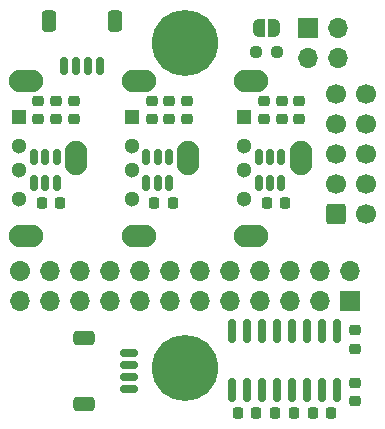
<source format=gbr>
%TF.GenerationSoftware,KiCad,Pcbnew,(6.0.9)*%
%TF.CreationDate,2022-11-26T15:45:46+01:00*%
%TF.ProjectId,h3_extra_ports,68335f65-7874-4726-915f-706f7274732e,rev?*%
%TF.SameCoordinates,Original*%
%TF.FileFunction,Soldermask,Bot*%
%TF.FilePolarity,Negative*%
%FSLAX46Y46*%
G04 Gerber Fmt 4.6, Leading zero omitted, Abs format (unit mm)*
G04 Created by KiCad (PCBNEW (6.0.9)) date 2022-11-26 15:45:46*
%MOMM*%
%LPD*%
G01*
G04 APERTURE LIST*
G04 Aperture macros list*
%AMRoundRect*
0 Rectangle with rounded corners*
0 $1 Rounding radius*
0 $2 $3 $4 $5 $6 $7 $8 $9 X,Y pos of 4 corners*
0 Add a 4 corners polygon primitive as box body*
4,1,4,$2,$3,$4,$5,$6,$7,$8,$9,$2,$3,0*
0 Add four circle primitives for the rounded corners*
1,1,$1+$1,$2,$3*
1,1,$1+$1,$4,$5*
1,1,$1+$1,$6,$7*
1,1,$1+$1,$8,$9*
0 Add four rect primitives between the rounded corners*
20,1,$1+$1,$2,$3,$4,$5,0*
20,1,$1+$1,$4,$5,$6,$7,0*
20,1,$1+$1,$6,$7,$8,$9,0*
20,1,$1+$1,$8,$9,$2,$3,0*%
%AMFreePoly0*
4,1,22,0.500000,-0.750000,0.000000,-0.750000,0.000000,-0.745033,-0.079941,-0.743568,-0.215256,-0.701293,-0.333266,-0.622738,-0.424486,-0.514219,-0.481581,-0.384460,-0.499164,-0.250000,-0.500000,-0.250000,-0.500000,0.250000,-0.499164,0.250000,-0.499963,0.256109,-0.478152,0.396186,-0.417904,0.524511,-0.324060,0.630769,-0.204165,0.706417,-0.067858,0.745374,0.000000,0.744959,0.000000,0.750000,
0.500000,0.750000,0.500000,-0.750000,0.500000,-0.750000,$1*%
%AMFreePoly1*
4,1,20,0.000000,0.744959,0.073905,0.744508,0.209726,0.703889,0.328688,0.626782,0.421226,0.519385,0.479903,0.390333,0.500000,0.250000,0.500000,-0.250000,0.499851,-0.262216,0.476331,-0.402017,0.414519,-0.529596,0.319384,-0.634700,0.198574,-0.708877,0.061801,-0.746166,0.000000,-0.745033,0.000000,-0.750000,-0.500000,-0.750000,-0.500000,0.750000,0.000000,0.750000,0.000000,0.744959,
0.000000,0.744959,$1*%
G04 Aperture macros list end*
%ADD10C,5.600000*%
%ADD11R,1.300000X1.300000*%
%ADD12C,1.300000*%
%ADD13O,2.900000X1.900000*%
%ADD14O,1.900000X2.900000*%
%ADD15R,1.700000X1.700000*%
%ADD16O,1.700000X1.700000*%
%ADD17C,1.700000*%
%ADD18RoundRect,0.225000X-0.250000X0.225000X-0.250000X-0.225000X0.250000X-0.225000X0.250000X0.225000X0*%
%ADD19FreePoly0,180.000000*%
%ADD20FreePoly1,180.000000*%
%ADD21RoundRect,0.150000X0.150000X-0.512500X0.150000X0.512500X-0.150000X0.512500X-0.150000X-0.512500X0*%
%ADD22RoundRect,0.225000X0.250000X-0.225000X0.250000X0.225000X-0.250000X0.225000X-0.250000X-0.225000X0*%
%ADD23RoundRect,0.225000X0.225000X0.250000X-0.225000X0.250000X-0.225000X-0.250000X0.225000X-0.250000X0*%
%ADD24RoundRect,0.150000X0.150000X-0.825000X0.150000X0.825000X-0.150000X0.825000X-0.150000X-0.825000X0*%
%ADD25RoundRect,0.225000X-0.225000X-0.250000X0.225000X-0.250000X0.225000X0.250000X-0.225000X0.250000X0*%
%ADD26RoundRect,0.250000X-0.600000X-0.600000X0.600000X-0.600000X0.600000X0.600000X-0.600000X0.600000X0*%
%ADD27RoundRect,0.237500X0.250000X0.237500X-0.250000X0.237500X-0.250000X-0.237500X0.250000X-0.237500X0*%
%ADD28RoundRect,0.150000X-0.150000X-0.625000X0.150000X-0.625000X0.150000X0.625000X-0.150000X0.625000X0*%
%ADD29RoundRect,0.250000X-0.350000X-0.650000X0.350000X-0.650000X0.350000X0.650000X-0.350000X0.650000X0*%
%ADD30RoundRect,0.150000X0.625000X-0.150000X0.625000X0.150000X-0.625000X0.150000X-0.625000X-0.150000X0*%
%ADD31RoundRect,0.250000X0.650000X-0.350000X0.650000X0.350000X-0.650000X0.350000X-0.650000X-0.350000X0*%
G04 APERTURE END LIST*
D10*
%TO.C,H2*%
X171450000Y-79375000D03*
%TD*%
D11*
%TO.C,J2*%
X157381000Y-58095000D03*
D12*
X157381000Y-60595000D03*
X157381000Y-62595000D03*
X157381000Y-65095000D03*
D13*
X157981000Y-55025000D03*
X157981000Y-68165000D03*
D14*
X162161000Y-61595000D03*
%TD*%
D11*
%TO.C,J1*%
X166906000Y-58095000D03*
D12*
X166906000Y-60595000D03*
X166906000Y-62595000D03*
X166906000Y-65095000D03*
D13*
X167506000Y-68165000D03*
X167506000Y-55025000D03*
D14*
X171686000Y-61595000D03*
%TD*%
D10*
%TO.C,H1*%
X171450000Y-51816000D03*
%TD*%
D15*
%TO.C,J4*%
X181864000Y-50541000D03*
D16*
X184404000Y-50541000D03*
X181864000Y-53081000D03*
X184404000Y-53081000D03*
%TD*%
D11*
%TO.C,J3*%
X176431000Y-58095000D03*
D12*
X176431000Y-60595000D03*
X176431000Y-62595000D03*
X176431000Y-65095000D03*
D14*
X181211000Y-61595000D03*
D13*
X177031000Y-55025000D03*
X177031000Y-68165000D03*
%TD*%
D17*
%TO.C,J6*%
X157480000Y-71120000D03*
D16*
X157480000Y-73660000D03*
X160020000Y-71120000D03*
X160020000Y-73660000D03*
X162560000Y-71120000D03*
X162560000Y-73660000D03*
X165100000Y-71120000D03*
X165100000Y-73660000D03*
X167640000Y-71120000D03*
X167640000Y-73660000D03*
X170180000Y-71120000D03*
X170180000Y-73660000D03*
X172720000Y-71120000D03*
X172720000Y-73660000D03*
X175260000Y-71120000D03*
X175260000Y-73660000D03*
X177800000Y-71120000D03*
X177800000Y-73660000D03*
X180340000Y-71120000D03*
X180340000Y-73660000D03*
X182880000Y-71120000D03*
X182880000Y-73660000D03*
X185420000Y-71120000D03*
X185420000Y-73660000D03*
%TD*%
D18*
%TO.C,C9*%
X171600000Y-56725000D03*
X171600000Y-58275000D03*
%TD*%
D19*
%TO.C,JP1*%
X178958000Y-50546000D03*
D20*
X177658000Y-50546000D03*
%TD*%
D21*
%TO.C,U2*%
X170050000Y-63737500D03*
X169100000Y-63737500D03*
X168150000Y-63737500D03*
X168150000Y-61462500D03*
X169100000Y-61462500D03*
X170050000Y-61462500D03*
%TD*%
D15*
%TO.C,J9*%
X185420000Y-73660000D03*
D16*
X185420000Y-71120000D03*
X182880000Y-73660000D03*
X182880000Y-71120000D03*
X180340000Y-73660000D03*
X180340000Y-71120000D03*
X177800000Y-73660000D03*
X177800000Y-71120000D03*
X175260000Y-73660000D03*
X175260000Y-71120000D03*
X172720000Y-73660000D03*
X172720000Y-71120000D03*
X170180000Y-73660000D03*
X170180000Y-71120000D03*
X167640000Y-73660000D03*
X167640000Y-71120000D03*
X165100000Y-73660000D03*
X165100000Y-71120000D03*
X162560000Y-73660000D03*
X162560000Y-71120000D03*
X160020000Y-73660000D03*
X160020000Y-71120000D03*
X157480000Y-73660000D03*
X157480000Y-71120000D03*
%TD*%
D18*
%TO.C,C12*%
X160500000Y-56725000D03*
X160500000Y-58275000D03*
%TD*%
%TO.C,C17*%
X181100000Y-56725000D03*
X181100000Y-58275000D03*
%TD*%
D22*
%TO.C,C2*%
X185801000Y-77737000D03*
X185801000Y-76187000D03*
%TD*%
D23*
%TO.C,C10*%
X160875000Y-65400000D03*
X159325000Y-65400000D03*
%TD*%
D18*
%TO.C,C11*%
X159000000Y-56725000D03*
X159000000Y-58275000D03*
%TD*%
%TO.C,C15*%
X178100000Y-56725000D03*
X178100000Y-58275000D03*
%TD*%
D24*
%TO.C,U1*%
X184277000Y-81215000D03*
X183007000Y-81215000D03*
X181737000Y-81215000D03*
X180467000Y-81215000D03*
X179197000Y-81215000D03*
X177927000Y-81215000D03*
X176657000Y-81215000D03*
X175387000Y-81215000D03*
X175387000Y-76265000D03*
X176657000Y-76265000D03*
X177927000Y-76265000D03*
X179197000Y-76265000D03*
X180467000Y-76265000D03*
X181737000Y-76265000D03*
X183007000Y-76265000D03*
X184277000Y-76265000D03*
%TD*%
D21*
%TO.C,U3*%
X160550000Y-63737500D03*
X159600000Y-63737500D03*
X158650000Y-63737500D03*
X158650000Y-61462500D03*
X159600000Y-61462500D03*
X160550000Y-61462500D03*
%TD*%
D23*
%TO.C,C1*%
X183782000Y-83185000D03*
X182232000Y-83185000D03*
%TD*%
%TO.C,C14*%
X179875000Y-65400000D03*
X178325000Y-65400000D03*
%TD*%
D18*
%TO.C,C7*%
X168600000Y-56725000D03*
X168600000Y-58275000D03*
%TD*%
D21*
%TO.C,U4*%
X179550000Y-63737500D03*
X178600000Y-63737500D03*
X177650000Y-63737500D03*
X177650000Y-61462500D03*
X178600000Y-61462500D03*
X179550000Y-61462500D03*
%TD*%
D25*
%TO.C,C5*%
X175882000Y-83185000D03*
X177432000Y-83185000D03*
%TD*%
D18*
%TO.C,C16*%
X179600000Y-56725000D03*
X179600000Y-58275000D03*
%TD*%
D26*
%TO.C,J5*%
X184167500Y-66294000D03*
D17*
X186707500Y-66294000D03*
X184167500Y-63754000D03*
X186707500Y-63754000D03*
X184167500Y-61214000D03*
X186707500Y-61214000D03*
X184167500Y-58674000D03*
X186707500Y-58674000D03*
X184167500Y-56134000D03*
X186707500Y-56134000D03*
%TD*%
D25*
%TO.C,C3*%
X179057000Y-83185000D03*
X180607000Y-83185000D03*
%TD*%
D22*
%TO.C,C4*%
X185800000Y-82182000D03*
X185800000Y-80632000D03*
%TD*%
D27*
%TO.C,R1*%
X179220500Y-52578000D03*
X177395500Y-52578000D03*
%TD*%
D28*
%TO.C,J7*%
X161187000Y-53816000D03*
X162187000Y-53816000D03*
X163187000Y-53816000D03*
X164187000Y-53816000D03*
D29*
X165487000Y-49941000D03*
X159887000Y-49941000D03*
%TD*%
D18*
%TO.C,C8*%
X170100000Y-56725000D03*
X170100000Y-58275000D03*
%TD*%
%TO.C,C13*%
X162000000Y-56725000D03*
X162000000Y-58275000D03*
%TD*%
D30*
%TO.C,J8*%
X166719000Y-81129000D03*
X166719000Y-80129000D03*
X166719000Y-79129000D03*
X166719000Y-78129000D03*
D31*
X162844000Y-76829000D03*
X162844000Y-82429000D03*
%TD*%
D23*
%TO.C,C6*%
X170375000Y-65400000D03*
X168825000Y-65400000D03*
%TD*%
M02*

</source>
